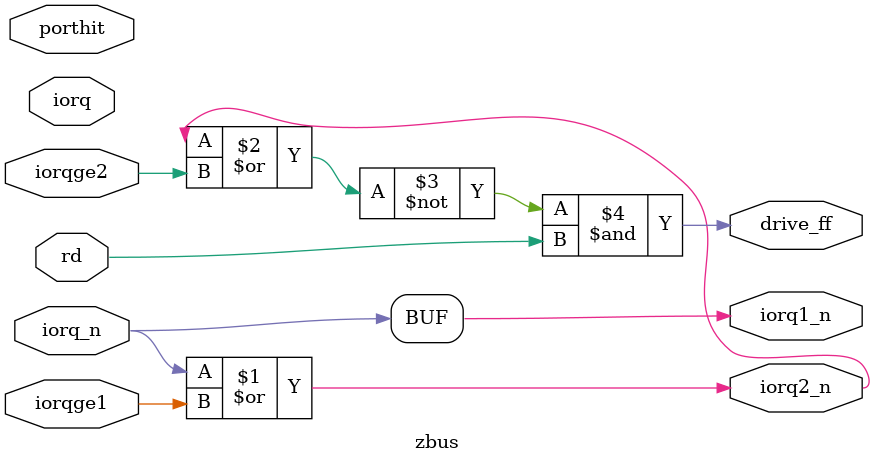
<source format=v>
`include "../include/tune.v"

module zbus(

	input iorq,
	input iorq_n,
	input rd,

	output iorq1_n,
	output iorq2_n,

	input iorqge1,
	input iorqge2,

	input porthit,

	output drive_ff
);


	// assign iorq1_n = !iorq | porthit;	// iorq is masked my M1_n!
	assign iorq1_n = iorq_n;
	assign iorq2_n = iorq1_n | iorqge1;
	
	assign drive_ff = ~(iorq2_n | iorqge2) & rd;


endmodule

</source>
